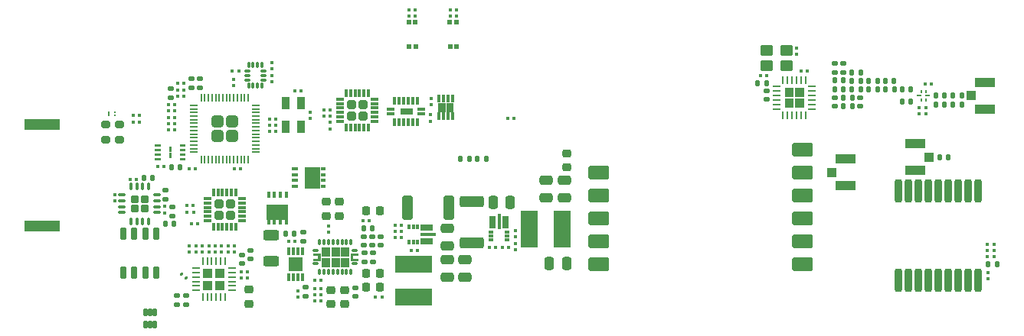
<source format=gtp>
G04 #@! TF.GenerationSoftware,KiCad,Pcbnew,7.0.2-0*
G04 #@! TF.CreationDate,2023-10-11T21:53:26-07:00*
G04 #@! TF.ProjectId,low-power,6c6f772d-706f-4776-9572-2e6b69636164,rev?*
G04 #@! TF.SameCoordinates,Original*
G04 #@! TF.FileFunction,Paste,Top*
G04 #@! TF.FilePolarity,Positive*
%FSLAX46Y46*%
G04 Gerber Fmt 4.6, Leading zero omitted, Abs format (unit mm)*
G04 Created by KiCad (PCBNEW 7.0.2-0) date 2023-10-11 21:53:26*
%MOMM*%
%LPD*%
G01*
G04 APERTURE LIST*
G04 Aperture macros list*
%AMRoundRect*
0 Rectangle with rounded corners*
0 $1 Rounding radius*
0 $2 $3 $4 $5 $6 $7 $8 $9 X,Y pos of 4 corners*
0 Add a 4 corners polygon primitive as box body*
4,1,4,$2,$3,$4,$5,$6,$7,$8,$9,$2,$3,0*
0 Add four circle primitives for the rounded corners*
1,1,$1+$1,$2,$3*
1,1,$1+$1,$4,$5*
1,1,$1+$1,$6,$7*
1,1,$1+$1,$8,$9*
0 Add four rect primitives between the rounded corners*
20,1,$1+$1,$2,$3,$4,$5,0*
20,1,$1+$1,$4,$5,$6,$7,0*
20,1,$1+$1,$6,$7,$8,$9,0*
20,1,$1+$1,$8,$9,$2,$3,0*%
G04 Aperture macros list end*
%ADD10C,0.010000*%
%ADD11R,1.050000X1.000000*%
%ADD12R,2.200000X1.050000*%
%ADD13RoundRect,0.140000X0.140000X0.170000X-0.140000X0.170000X-0.140000X-0.170000X0.140000X-0.170000X0*%
%ADD14RoundRect,0.079500X-0.079500X-0.100500X0.079500X-0.100500X0.079500X0.100500X-0.079500X0.100500X0*%
%ADD15RoundRect,0.079500X0.100500X-0.079500X0.100500X0.079500X-0.100500X0.079500X-0.100500X-0.079500X0*%
%ADD16R,0.150000X0.330000*%
%ADD17R,0.510000X0.200000*%
%ADD18RoundRect,0.140000X0.170000X-0.140000X0.170000X0.140000X-0.170000X0.140000X-0.170000X-0.140000X0*%
%ADD19RoundRect,0.147500X0.147500X0.172500X-0.147500X0.172500X-0.147500X-0.172500X0.147500X-0.172500X0*%
%ADD20RoundRect,0.140000X-0.140000X-0.170000X0.140000X-0.170000X0.140000X0.170000X-0.140000X0.170000X0*%
%ADD21RoundRect,0.250000X0.475000X-0.250000X0.475000X0.250000X-0.475000X0.250000X-0.475000X-0.250000X0*%
%ADD22RoundRect,0.120000X0.580000X0.480000X-0.580000X0.480000X-0.580000X-0.480000X0.580000X-0.480000X0*%
%ADD23RoundRect,0.003500X0.171500X-0.371500X0.171500X0.371500X-0.171500X0.371500X-0.171500X-0.371500X0*%
%ADD24RoundRect,0.079500X0.079500X0.100500X-0.079500X0.100500X-0.079500X-0.100500X0.079500X-0.100500X0*%
%ADD25R,1.850000X4.100000*%
%ADD26RoundRect,0.087500X0.087500X-0.225000X0.087500X0.225000X-0.087500X0.225000X-0.087500X-0.225000X0*%
%ADD27RoundRect,0.087500X0.225000X-0.087500X0.225000X0.087500X-0.225000X0.087500X-0.225000X-0.087500X0*%
%ADD28RoundRect,0.135000X-0.135000X-0.185000X0.135000X-0.185000X0.135000X0.185000X-0.135000X0.185000X0*%
%ADD29RoundRect,0.147500X-0.147500X-0.172500X0.147500X-0.172500X0.147500X0.172500X-0.147500X0.172500X0*%
%ADD30RoundRect,0.225000X0.250000X-0.225000X0.250000X0.225000X-0.250000X0.225000X-0.250000X-0.225000X0*%
%ADD31RoundRect,0.200000X0.275000X-0.200000X0.275000X0.200000X-0.275000X0.200000X-0.275000X-0.200000X0*%
%ADD32R,0.800000X1.450000*%
%ADD33R,0.600000X0.300000*%
%ADD34R,0.300000X1.725000*%
%ADD35RoundRect,0.212500X0.212500X-0.212500X0.212500X0.212500X-0.212500X0.212500X-0.212500X-0.212500X0*%
%ADD36RoundRect,0.075000X0.075000X-0.350000X0.075000X0.350000X-0.075000X0.350000X-0.075000X-0.350000X0*%
%ADD37RoundRect,0.075000X0.350000X-0.075000X0.350000X0.075000X-0.350000X0.075000X-0.350000X-0.075000X0*%
%ADD38RoundRect,0.250000X-0.625000X0.312500X-0.625000X-0.312500X0.625000X-0.312500X0.625000X0.312500X0*%
%ADD39RoundRect,0.225000X-0.225000X-0.250000X0.225000X-0.250000X0.225000X0.250000X-0.225000X0.250000X0*%
%ADD40RoundRect,0.135000X0.185000X-0.135000X0.185000X0.135000X-0.185000X0.135000X-0.185000X-0.135000X0*%
%ADD41RoundRect,0.060000X0.240000X0.590000X-0.240000X0.590000X-0.240000X-0.590000X0.240000X-0.590000X0*%
%ADD42RoundRect,0.247500X0.247500X-0.247500X0.247500X0.247500X-0.247500X0.247500X-0.247500X-0.247500X0*%
%ADD43RoundRect,0.075000X0.075000X-0.362500X0.075000X0.362500X-0.075000X0.362500X-0.075000X-0.362500X0*%
%ADD44RoundRect,0.075000X0.362500X-0.075000X0.362500X0.075000X-0.362500X0.075000X-0.362500X-0.075000X0*%
%ADD45RoundRect,0.140000X-0.170000X0.140000X-0.170000X-0.140000X0.170000X-0.140000X0.170000X0.140000X0*%
%ADD46R,1.450000X0.800000*%
%ADD47R,0.300000X0.600000*%
%ADD48R,1.725000X0.300000*%
%ADD49RoundRect,0.079500X-0.100500X0.079500X-0.100500X-0.079500X0.100500X-0.079500X0.100500X0.079500X0*%
%ADD50R,0.280000X0.170000*%
%ADD51R,0.280000X0.520000*%
%ADD52RoundRect,0.250000X-0.475000X0.250000X-0.475000X-0.250000X0.475000X-0.250000X0.475000X0.250000X0*%
%ADD53RoundRect,0.028600X-0.401400X0.101400X-0.401400X-0.101400X0.401400X-0.101400X0.401400X0.101400X0*%
%ADD54RoundRect,0.007800X-0.122200X0.422200X-0.122200X-0.422200X0.122200X-0.422200X0.122200X0.422200X0*%
%ADD55RoundRect,0.147500X-0.172500X0.147500X-0.172500X-0.147500X0.172500X-0.147500X0.172500X0.147500X0*%
%ADD56R,0.260000X0.840000*%
%ADD57R,0.840000X0.260000*%
%ADD58RoundRect,0.250000X0.362500X1.075000X-0.362500X1.075000X-0.362500X-1.075000X0.362500X-1.075000X0*%
%ADD59R,0.550000X0.550000*%
%ADD60R,0.420000X0.540000*%
%ADD61R,2.370000X1.710000*%
%ADD62R,0.420000X0.700000*%
%ADD63R,0.939800X1.397000*%
%ADD64RoundRect,0.200000X0.200000X-1.070000X0.200000X1.070000X-0.200000X1.070000X-0.200000X-1.070000X0*%
%ADD65RoundRect,0.011200X0.128800X-0.368800X0.128800X0.368800X-0.128800X0.368800X-0.128800X-0.368800X0*%
%ADD66RoundRect,0.250000X-0.250000X-0.475000X0.250000X-0.475000X0.250000X0.475000X-0.250000X0.475000X0*%
%ADD67RoundRect,0.225000X-0.250000X0.225000X-0.250000X-0.225000X0.250000X-0.225000X0.250000X0.225000X0*%
%ADD68RoundRect,0.135000X0.135000X0.185000X-0.135000X0.185000X-0.135000X-0.185000X0.135000X-0.185000X0*%
%ADD69R,0.540000X0.420000*%
%ADD70R,1.710000X2.370000*%
%ADD71R,0.700000X0.420000*%
%ADD72RoundRect,0.250000X0.250000X0.475000X-0.250000X0.475000X-0.250000X-0.475000X0.250000X-0.475000X0*%
%ADD73RoundRect,0.249999X0.395001X-0.395001X0.395001X0.395001X-0.395001X0.395001X-0.395001X-0.395001X0*%
%ADD74RoundRect,0.050000X0.050000X-0.387500X0.050000X0.387500X-0.050000X0.387500X-0.050000X-0.387500X0*%
%ADD75RoundRect,0.050000X0.387500X-0.050000X0.387500X0.050000X-0.387500X0.050000X-0.387500X-0.050000X0*%
%ADD76R,4.100000X1.850000*%
%ADD77RoundRect,0.031200X-0.268800X0.088800X-0.268800X-0.088800X0.268800X-0.088800X0.268800X0.088800X0*%
%ADD78RoundRect,0.012000X-0.108000X0.288000X-0.108000X-0.288000X0.108000X-0.288000X0.108000X0.288000X0*%
%ADD79RoundRect,0.079500X0.127279X0.014849X0.014849X0.127279X-0.127279X-0.014849X-0.014849X-0.127279X0*%
%ADD80RoundRect,0.250000X-0.295000X0.295000X-0.295000X-0.295000X0.295000X-0.295000X0.295000X0.295000X0*%
%ADD81RoundRect,0.062500X-0.062500X0.350000X-0.062500X-0.350000X0.062500X-0.350000X0.062500X0.350000X0*%
%ADD82RoundRect,0.062500X-0.350000X0.062500X-0.350000X-0.062500X0.350000X-0.062500X0.350000X0.062500X0*%
%ADD83RoundRect,0.135000X-0.185000X0.135000X-0.185000X-0.135000X0.185000X-0.135000X0.185000X0.135000X0*%
%ADD84R,4.000000X1.200000*%
%ADD85R,0.300000X0.850000*%
%ADD86R,1.600000X1.600000*%
%ADD87RoundRect,0.152400X-0.990600X-0.609600X0.990600X-0.609600X0.990600X0.609600X-0.990600X0.609600X0*%
%ADD88RoundRect,0.250000X-1.075000X0.362500X-1.075000X-0.362500X1.075000X-0.362500X1.075000X0.362500X0*%
%ADD89RoundRect,0.200000X-0.275000X0.200000X-0.275000X-0.200000X0.275000X-0.200000X0.275000X0.200000X0*%
G04 APERTURE END LIST*
D10*
X141080000Y-94290000D02*
X139820000Y-94290000D01*
X139820000Y-93660000D01*
X141080000Y-93660000D01*
X141080000Y-94290000D01*
G36*
X141080000Y-94290000D02*
G01*
X139820000Y-94290000D01*
X139820000Y-93660000D01*
X141080000Y-93660000D01*
X141080000Y-94290000D01*
G37*
X184396027Y-92347173D02*
X183476027Y-92347173D01*
X183476027Y-91427173D01*
X184396027Y-91427173D01*
X184396027Y-92347173D01*
G36*
X184396027Y-92347173D02*
G01*
X183476027Y-92347173D01*
X183476027Y-91427173D01*
X184396027Y-91427173D01*
X184396027Y-92347173D01*
G37*
X183226027Y-92347173D02*
X182306027Y-92347173D01*
X182306027Y-91427173D01*
X183226027Y-91427173D01*
X183226027Y-92347173D01*
G36*
X183226027Y-92347173D02*
G01*
X182306027Y-92347173D01*
X182306027Y-91427173D01*
X183226027Y-91427173D01*
X183226027Y-92347173D01*
G37*
X184396027Y-93517173D02*
X183476027Y-93517173D01*
X183476027Y-92597173D01*
X184396027Y-92597173D01*
X184396027Y-93517173D01*
G36*
X184396027Y-93517173D02*
G01*
X183476027Y-93517173D01*
X183476027Y-92597173D01*
X184396027Y-92597173D01*
X184396027Y-93517173D01*
G37*
X183226027Y-93517173D02*
X182306027Y-93517173D01*
X182306027Y-92597173D01*
X183226027Y-92597173D01*
X183226027Y-93517173D01*
G36*
X183226027Y-93517173D02*
G01*
X182306027Y-93517173D01*
X182306027Y-92597173D01*
X183226027Y-92597173D01*
X183226027Y-93517173D01*
G37*
X144705000Y-94005000D02*
X144005000Y-94005000D01*
X144005000Y-93105000D01*
X144705000Y-93105000D01*
X144705000Y-94005000D01*
G36*
X144705000Y-94005000D02*
G01*
X144005000Y-94005000D01*
X144005000Y-93105000D01*
X144705000Y-93105000D01*
X144705000Y-94005000D01*
G37*
X145605000Y-94005000D02*
X144905000Y-94005000D01*
X144905000Y-93105000D01*
X145605000Y-93105000D01*
X145605000Y-94005000D01*
G36*
X145605000Y-94005000D02*
G01*
X144905000Y-94005000D01*
X144905000Y-93105000D01*
X145605000Y-93105000D01*
X145605000Y-94005000D01*
G37*
X134090000Y-110040000D02*
X133240000Y-110040000D01*
X133240000Y-109120000D01*
X134090000Y-109120000D01*
X134090000Y-110040000D01*
G36*
X134090000Y-110040000D02*
G01*
X133240000Y-110040000D01*
X133240000Y-109120000D01*
X134090000Y-109120000D01*
X134090000Y-110040000D01*
G37*
X133040000Y-110040000D02*
X132190000Y-110040000D01*
X132190000Y-109120000D01*
X133040000Y-109120000D01*
X133040000Y-110040000D01*
G36*
X133040000Y-110040000D02*
G01*
X132190000Y-110040000D01*
X132190000Y-109120000D01*
X133040000Y-109120000D01*
X133040000Y-110040000D01*
G37*
X131990000Y-110040000D02*
X131140000Y-110040000D01*
X131140000Y-109120000D01*
X131990000Y-109120000D01*
X131990000Y-110040000D01*
G36*
X131990000Y-110040000D02*
G01*
X131140000Y-110040000D01*
X131140000Y-109120000D01*
X131990000Y-109120000D01*
X131990000Y-110040000D01*
G37*
X134090000Y-111160000D02*
X133240000Y-111160000D01*
X133240000Y-110240000D01*
X134090000Y-110240000D01*
X134090000Y-111160000D01*
G36*
X134090000Y-111160000D02*
G01*
X133240000Y-111160000D01*
X133240000Y-110240000D01*
X134090000Y-110240000D01*
X134090000Y-111160000D01*
G37*
X133040000Y-111160000D02*
X132190000Y-111160000D01*
X132190000Y-110240000D01*
X133040000Y-110240000D01*
X133040000Y-111160000D01*
G36*
X133040000Y-111160000D02*
G01*
X132190000Y-111160000D01*
X132190000Y-110240000D01*
X133040000Y-110240000D01*
X133040000Y-111160000D01*
G37*
X131990000Y-111160000D02*
X131140000Y-111160000D01*
X131140000Y-110240000D01*
X131990000Y-110240000D01*
X131990000Y-111160000D01*
G36*
X131990000Y-111160000D02*
G01*
X131140000Y-111160000D01*
X131140000Y-110240000D01*
X131990000Y-110240000D01*
X131990000Y-111160000D01*
G37*
X135023000Y-109766000D02*
X135025000Y-109766000D01*
X135028000Y-109767000D01*
X135030000Y-109767000D01*
X135033000Y-109768000D01*
X135035000Y-109769000D01*
X135038000Y-109770000D01*
X135040000Y-109772000D01*
X135042000Y-109773000D01*
X135044000Y-109775000D01*
X135046000Y-109776000D01*
X135048000Y-109778000D01*
X135050000Y-109780000D01*
X135052000Y-109782000D01*
X135054000Y-109784000D01*
X135055000Y-109786000D01*
X135057000Y-109788000D01*
X135058000Y-109790000D01*
X135060000Y-109792000D01*
X135061000Y-109795000D01*
X135062000Y-109797000D01*
X135063000Y-109800000D01*
X135063000Y-109802000D01*
X135064000Y-109805000D01*
X135064000Y-109807000D01*
X135065000Y-109810000D01*
X135065000Y-109812000D01*
X135065000Y-109815000D01*
X135065000Y-109915000D01*
X135065000Y-109918000D01*
X135065000Y-109920000D01*
X135064000Y-109923000D01*
X135064000Y-109925000D01*
X135063000Y-109928000D01*
X135063000Y-109930000D01*
X135062000Y-109933000D01*
X135061000Y-109935000D01*
X135060000Y-109938000D01*
X135058000Y-109940000D01*
X135057000Y-109942000D01*
X135055000Y-109944000D01*
X135054000Y-109946000D01*
X135052000Y-109948000D01*
X135050000Y-109950000D01*
X135048000Y-109952000D01*
X135046000Y-109954000D01*
X135044000Y-109955000D01*
X135042000Y-109957000D01*
X135040000Y-109958000D01*
X135038000Y-109960000D01*
X135035000Y-109961000D01*
X135033000Y-109962000D01*
X135030000Y-109963000D01*
X135028000Y-109963000D01*
X135025000Y-109964000D01*
X135023000Y-109964000D01*
X135020000Y-109965000D01*
X135018000Y-109965000D01*
X135015000Y-109965000D01*
X134540000Y-109965000D01*
X134540000Y-110315000D01*
X135015000Y-110315000D01*
X135018000Y-110315000D01*
X135020000Y-110315000D01*
X135023000Y-110316000D01*
X135025000Y-110316000D01*
X135028000Y-110317000D01*
X135030000Y-110317000D01*
X135033000Y-110318000D01*
X135035000Y-110319000D01*
X135038000Y-110320000D01*
X135040000Y-110322000D01*
X135042000Y-110323000D01*
X135044000Y-110325000D01*
X135046000Y-110326000D01*
X135048000Y-110328000D01*
X135050000Y-110330000D01*
X135052000Y-110332000D01*
X135054000Y-110334000D01*
X135055000Y-110336000D01*
X135057000Y-110338000D01*
X135058000Y-110340000D01*
X135060000Y-110342000D01*
X135061000Y-110345000D01*
X135062000Y-110347000D01*
X135063000Y-110350000D01*
X135063000Y-110352000D01*
X135064000Y-110355000D01*
X135064000Y-110357000D01*
X135065000Y-110360000D01*
X135065000Y-110362000D01*
X135065000Y-110365000D01*
X135065000Y-110465000D01*
X135065000Y-110468000D01*
X135065000Y-110470000D01*
X135064000Y-110473000D01*
X135064000Y-110475000D01*
X135063000Y-110478000D01*
X135063000Y-110480000D01*
X135062000Y-110483000D01*
X135061000Y-110485000D01*
X135060000Y-110488000D01*
X135058000Y-110490000D01*
X135057000Y-110492000D01*
X135055000Y-110494000D01*
X135054000Y-110496000D01*
X135052000Y-110498000D01*
X135050000Y-110500000D01*
X135048000Y-110502000D01*
X135046000Y-110504000D01*
X135044000Y-110505000D01*
X135042000Y-110507000D01*
X135040000Y-110508000D01*
X135038000Y-110510000D01*
X135035000Y-110511000D01*
X135033000Y-110512000D01*
X135030000Y-110513000D01*
X135028000Y-110513000D01*
X135025000Y-110514000D01*
X135023000Y-110514000D01*
X135020000Y-110515000D01*
X135018000Y-110515000D01*
X135015000Y-110515000D01*
X134290000Y-110515000D01*
X134290000Y-109765000D01*
X135015000Y-109765000D01*
X135018000Y-109765000D01*
X135020000Y-109765000D01*
X135023000Y-109766000D01*
G36*
X135023000Y-109766000D02*
G01*
X135025000Y-109766000D01*
X135028000Y-109767000D01*
X135030000Y-109767000D01*
X135033000Y-109768000D01*
X135035000Y-109769000D01*
X135038000Y-109770000D01*
X135040000Y-109772000D01*
X135042000Y-109773000D01*
X135044000Y-109775000D01*
X135046000Y-109776000D01*
X135048000Y-109778000D01*
X135050000Y-109780000D01*
X135052000Y-109782000D01*
X135054000Y-109784000D01*
X135055000Y-109786000D01*
X135057000Y-109788000D01*
X135058000Y-109790000D01*
X135060000Y-109792000D01*
X135061000Y-109795000D01*
X135062000Y-109797000D01*
X135063000Y-109800000D01*
X135063000Y-109802000D01*
X135064000Y-109805000D01*
X135064000Y-109807000D01*
X135065000Y-109810000D01*
X135065000Y-109812000D01*
X135065000Y-109815000D01*
X135065000Y-109915000D01*
X135065000Y-109918000D01*
X135065000Y-109920000D01*
X135064000Y-109923000D01*
X135064000Y-109925000D01*
X135063000Y-109928000D01*
X135063000Y-109930000D01*
X135062000Y-109933000D01*
X135061000Y-109935000D01*
X135060000Y-109938000D01*
X135058000Y-109940000D01*
X135057000Y-109942000D01*
X135055000Y-109944000D01*
X135054000Y-109946000D01*
X135052000Y-109948000D01*
X135050000Y-109950000D01*
X135048000Y-109952000D01*
X135046000Y-109954000D01*
X135044000Y-109955000D01*
X135042000Y-109957000D01*
X135040000Y-109958000D01*
X135038000Y-109960000D01*
X135035000Y-109961000D01*
X135033000Y-109962000D01*
X135030000Y-109963000D01*
X135028000Y-109963000D01*
X135025000Y-109964000D01*
X135023000Y-109964000D01*
X135020000Y-109965000D01*
X135018000Y-109965000D01*
X135015000Y-109965000D01*
X134540000Y-109965000D01*
X134540000Y-110315000D01*
X135015000Y-110315000D01*
X135018000Y-110315000D01*
X135020000Y-110315000D01*
X135023000Y-110316000D01*
X135025000Y-110316000D01*
X135028000Y-110317000D01*
X135030000Y-110317000D01*
X135033000Y-110318000D01*
X135035000Y-110319000D01*
X135038000Y-110320000D01*
X135040000Y-110322000D01*
X135042000Y-110323000D01*
X135044000Y-110325000D01*
X135046000Y-110326000D01*
X135048000Y-110328000D01*
X135050000Y-110330000D01*
X135052000Y-110332000D01*
X135054000Y-110334000D01*
X135055000Y-110336000D01*
X135057000Y-110338000D01*
X135058000Y-110340000D01*
X135060000Y-110342000D01*
X135061000Y-110345000D01*
X135062000Y-110347000D01*
X135063000Y-110350000D01*
X135063000Y-110352000D01*
X135064000Y-110355000D01*
X135064000Y-110357000D01*
X135065000Y-110360000D01*
X135065000Y-110362000D01*
X135065000Y-110365000D01*
X135065000Y-110465000D01*
X135065000Y-110468000D01*
X135065000Y-110470000D01*
X135064000Y-110473000D01*
X135064000Y-110475000D01*
X135063000Y-110478000D01*
X135063000Y-110480000D01*
X135062000Y-110483000D01*
X135061000Y-110485000D01*
X135060000Y-110488000D01*
X135058000Y-110490000D01*
X135057000Y-110492000D01*
X135055000Y-110494000D01*
X135054000Y-110496000D01*
X135052000Y-110498000D01*
X135050000Y-110500000D01*
X135048000Y-110502000D01*
X135046000Y-110504000D01*
X135044000Y-110505000D01*
X135042000Y-110507000D01*
X135040000Y-110508000D01*
X135038000Y-110510000D01*
X135035000Y-110511000D01*
X135033000Y-110512000D01*
X135030000Y-110513000D01*
X135028000Y-110513000D01*
X135025000Y-110514000D01*
X135023000Y-110514000D01*
X135020000Y-110515000D01*
X135018000Y-110515000D01*
X135015000Y-110515000D01*
X134290000Y-110515000D01*
X134290000Y-109765000D01*
X135015000Y-109765000D01*
X135018000Y-109765000D01*
X135020000Y-109765000D01*
X135023000Y-109766000D01*
G37*
X130940000Y-110515000D02*
X130215000Y-110515000D01*
X130212000Y-110515000D01*
X130210000Y-110515000D01*
X130207000Y-110514000D01*
X130205000Y-110514000D01*
X130202000Y-110513000D01*
X130200000Y-110513000D01*
X130197000Y-110512000D01*
X130195000Y-110511000D01*
X130192000Y-110510000D01*
X130190000Y-110508000D01*
X130188000Y-110507000D01*
X130186000Y-110505000D01*
X130184000Y-110504000D01*
X130182000Y-110502000D01*
X130180000Y-110500000D01*
X130178000Y-110498000D01*
X130176000Y-110496000D01*
X130175000Y-110494000D01*
X130173000Y-110492000D01*
X130172000Y-110490000D01*
X130170000Y-110488000D01*
X130169000Y-110485000D01*
X130168000Y-110483000D01*
X130167000Y-110480000D01*
X130167000Y-110478000D01*
X130166000Y-110475000D01*
X130166000Y-110473000D01*
X130165000Y-110470000D01*
X130165000Y-110468000D01*
X130165000Y-110465000D01*
X130165000Y-110365000D01*
X130165000Y-110362000D01*
X130165000Y-110360000D01*
X130166000Y-110357000D01*
X130166000Y-110355000D01*
X130167000Y-110352000D01*
X130167000Y-110350000D01*
X130168000Y-110347000D01*
X130169000Y-110345000D01*
X130170000Y-110342000D01*
X130172000Y-110340000D01*
X130173000Y-110338000D01*
X130175000Y-110336000D01*
X130176000Y-110334000D01*
X130178000Y-110332000D01*
X130180000Y-110330000D01*
X130182000Y-110328000D01*
X130184000Y-110326000D01*
X130186000Y-110325000D01*
X130188000Y-110323000D01*
X130190000Y-110322000D01*
X130192000Y-110320000D01*
X130195000Y-110319000D01*
X130197000Y-110318000D01*
X130200000Y-110317000D01*
X130202000Y-110317000D01*
X130205000Y-110316000D01*
X130207000Y-110316000D01*
X130210000Y-110315000D01*
X130212000Y-110315000D01*
X130215000Y-110315000D01*
X130690000Y-110315000D01*
X130690000Y-109965000D01*
X130215000Y-109965000D01*
X130212000Y-109965000D01*
X130210000Y-109965000D01*
X130207000Y-109964000D01*
X130205000Y-109964000D01*
X130202000Y-109963000D01*
X130200000Y-109963000D01*
X130197000Y-109962000D01*
X130195000Y-109961000D01*
X130192000Y-109960000D01*
X130190000Y-109958000D01*
X130188000Y-109957000D01*
X130186000Y-109955000D01*
X130184000Y-109954000D01*
X130182000Y-109952000D01*
X130180000Y-109950000D01*
X130178000Y-109948000D01*
X130176000Y-109946000D01*
X130175000Y-109944000D01*
X130173000Y-109942000D01*
X130172000Y-109940000D01*
X130170000Y-109938000D01*
X130169000Y-109935000D01*
X130168000Y-109933000D01*
X130167000Y-109930000D01*
X130167000Y-109928000D01*
X130166000Y-109925000D01*
X130166000Y-109923000D01*
X130165000Y-109920000D01*
X130165000Y-109918000D01*
X130165000Y-109915000D01*
X130165000Y-109815000D01*
X130165000Y-109812000D01*
X130165000Y-109810000D01*
X130166000Y-109807000D01*
X130166000Y-109805000D01*
X130167000Y-109802000D01*
X130167000Y-109800000D01*
X130168000Y-109797000D01*
X130169000Y-109795000D01*
X130170000Y-109792000D01*
X130172000Y-109790000D01*
X130173000Y-109788000D01*
X130175000Y-109786000D01*
X130176000Y-109784000D01*
X130178000Y-109782000D01*
X130180000Y-109780000D01*
X130182000Y-109778000D01*
X130184000Y-109776000D01*
X130186000Y-109775000D01*
X130188000Y-109773000D01*
X130190000Y-109772000D01*
X130192000Y-109770000D01*
X130195000Y-109769000D01*
X130197000Y-109768000D01*
X130200000Y-109767000D01*
X130202000Y-109767000D01*
X130205000Y-109766000D01*
X130207000Y-109766000D01*
X130210000Y-109765000D01*
X130212000Y-109765000D01*
X130215000Y-109765000D01*
X130940000Y-109765000D01*
X130940000Y-110515000D01*
G36*
X130940000Y-110515000D02*
G01*
X130215000Y-110515000D01*
X130212000Y-110515000D01*
X130210000Y-110515000D01*
X130207000Y-110514000D01*
X130205000Y-110514000D01*
X130202000Y-110513000D01*
X130200000Y-110513000D01*
X130197000Y-110512000D01*
X130195000Y-110511000D01*
X130192000Y-110510000D01*
X130190000Y-110508000D01*
X130188000Y-110507000D01*
X130186000Y-110505000D01*
X130184000Y-110504000D01*
X130182000Y-110502000D01*
X130180000Y-110500000D01*
X130178000Y-110498000D01*
X130176000Y-110496000D01*
X130175000Y-110494000D01*
X130173000Y-110492000D01*
X130172000Y-110490000D01*
X130170000Y-110488000D01*
X130169000Y-110485000D01*
X130168000Y-110483000D01*
X130167000Y-110480000D01*
X130167000Y-110478000D01*
X130166000Y-110475000D01*
X130166000Y-110473000D01*
X130165000Y-110470000D01*
X130165000Y-110468000D01*
X130165000Y-110465000D01*
X130165000Y-110365000D01*
X130165000Y-110362000D01*
X130165000Y-110360000D01*
X130166000Y-110357000D01*
X130166000Y-110355000D01*
X130167000Y-110352000D01*
X130167000Y-110350000D01*
X130168000Y-110347000D01*
X130169000Y-110345000D01*
X130170000Y-110342000D01*
X130172000Y-110340000D01*
X130173000Y-110338000D01*
X130175000Y-110336000D01*
X130176000Y-110334000D01*
X130178000Y-110332000D01*
X130180000Y-110330000D01*
X130182000Y-110328000D01*
X130184000Y-110326000D01*
X130186000Y-110325000D01*
X130188000Y-110323000D01*
X130190000Y-110322000D01*
X130192000Y-110320000D01*
X130195000Y-110319000D01*
X130197000Y-110318000D01*
X130200000Y-110317000D01*
X130202000Y-110317000D01*
X130205000Y-110316000D01*
X130207000Y-110316000D01*
X130210000Y-110315000D01*
X130212000Y-110315000D01*
X130215000Y-110315000D01*
X130690000Y-110315000D01*
X130690000Y-109965000D01*
X130215000Y-109965000D01*
X130212000Y-109965000D01*
X130210000Y-109965000D01*
X130207000Y-109964000D01*
X130205000Y-109964000D01*
X130202000Y-109963000D01*
X130200000Y-109963000D01*
X130197000Y-109962000D01*
X130195000Y-109961000D01*
X130192000Y-109960000D01*
X130190000Y-109958000D01*
X130188000Y-109957000D01*
X130186000Y-109955000D01*
X130184000Y-109954000D01*
X130182000Y-109952000D01*
X130180000Y-109950000D01*
X130178000Y-109948000D01*
X130176000Y-109946000D01*
X130175000Y-109944000D01*
X130173000Y-109942000D01*
X130172000Y-109940000D01*
X130170000Y-109938000D01*
X130169000Y-109935000D01*
X130168000Y-109933000D01*
X130167000Y-109930000D01*
X130167000Y-109928000D01*
X130166000Y-109925000D01*
X130166000Y-109923000D01*
X130165000Y-109920000D01*
X130165000Y-109918000D01*
X130165000Y-109915000D01*
X130165000Y-109815000D01*
X130165000Y-109812000D01*
X130165000Y-109810000D01*
X130166000Y-109807000D01*
X130166000Y-109805000D01*
X130167000Y-109802000D01*
X130167000Y-109800000D01*
X130168000Y-109797000D01*
X130169000Y-109795000D01*
X130170000Y-109792000D01*
X130172000Y-109790000D01*
X130173000Y-109788000D01*
X130175000Y-109786000D01*
X130176000Y-109784000D01*
X130178000Y-109782000D01*
X130180000Y-109780000D01*
X130182000Y-109778000D01*
X130184000Y-109776000D01*
X130186000Y-109775000D01*
X130188000Y-109773000D01*
X130190000Y-109772000D01*
X130192000Y-109770000D01*
X130195000Y-109769000D01*
X130197000Y-109768000D01*
X130200000Y-109767000D01*
X130202000Y-109767000D01*
X130205000Y-109766000D01*
X130207000Y-109766000D01*
X130210000Y-109765000D01*
X130212000Y-109765000D01*
X130215000Y-109765000D01*
X130940000Y-109765000D01*
X130940000Y-110515000D01*
G37*
X115995000Y-99345000D02*
X115445000Y-99345000D01*
X115445000Y-99145000D01*
X115995000Y-99145000D01*
X115995000Y-99345000D01*
G36*
X115995000Y-99345000D02*
G01*
X115445000Y-99345000D01*
X115445000Y-99145000D01*
X115995000Y-99145000D01*
X115995000Y-99345000D01*
G37*
X115995000Y-98845000D02*
X115445000Y-98845000D01*
X115445000Y-98645000D01*
X115995000Y-98645000D01*
X115995000Y-98845000D01*
G36*
X115995000Y-98845000D02*
G01*
X115445000Y-98845000D01*
X115445000Y-98645000D01*
X115995000Y-98645000D01*
X115995000Y-98845000D01*
G37*
X115995000Y-98345000D02*
X115445000Y-98345000D01*
X115445000Y-98145000D01*
X115995000Y-98145000D01*
X115995000Y-98345000D01*
G36*
X115995000Y-98345000D02*
G01*
X115445000Y-98345000D01*
X115445000Y-98145000D01*
X115995000Y-98145000D01*
X115995000Y-98345000D01*
G37*
X115995000Y-97845000D02*
X115445000Y-97845000D01*
X115445000Y-97645000D01*
X115995000Y-97645000D01*
X115995000Y-97845000D01*
G36*
X115995000Y-97845000D02*
G01*
X115445000Y-97845000D01*
X115445000Y-97645000D01*
X115995000Y-97645000D01*
X115995000Y-97845000D01*
G37*
X114445000Y-99095000D02*
X114245000Y-99095000D01*
X114245000Y-98595000D01*
X114445000Y-98595000D01*
X114445000Y-99095000D01*
G36*
X114445000Y-99095000D02*
G01*
X114245000Y-99095000D01*
X114245000Y-98595000D01*
X114445000Y-98595000D01*
X114445000Y-99095000D01*
G37*
X114445000Y-98395000D02*
X114245000Y-98395000D01*
X114245000Y-97895000D01*
X114445000Y-97895000D01*
X114445000Y-98395000D01*
G36*
X114445000Y-98395000D02*
G01*
X114245000Y-98395000D01*
X114245000Y-97895000D01*
X114445000Y-97895000D01*
X114445000Y-98395000D01*
G37*
X113245000Y-99345000D02*
X112695000Y-99345000D01*
X112695000Y-99145000D01*
X113245000Y-99145000D01*
X113245000Y-99345000D01*
G36*
X113245000Y-99345000D02*
G01*
X112695000Y-99345000D01*
X112695000Y-99145000D01*
X113245000Y-99145000D01*
X113245000Y-99345000D01*
G37*
X113245000Y-98845000D02*
X112695000Y-98845000D01*
X112695000Y-98645000D01*
X113245000Y-98645000D01*
X113245000Y-98845000D01*
G36*
X113245000Y-98845000D02*
G01*
X112695000Y-98845000D01*
X112695000Y-98645000D01*
X113245000Y-98645000D01*
X113245000Y-98845000D01*
G37*
X113245000Y-98345000D02*
X112695000Y-98345000D01*
X112695000Y-98145000D01*
X113245000Y-98145000D01*
X113245000Y-98345000D01*
G36*
X113245000Y-98345000D02*
G01*
X112695000Y-98345000D01*
X112695000Y-98145000D01*
X113245000Y-98145000D01*
X113245000Y-98345000D01*
G37*
X113245000Y-97845000D02*
X112695000Y-97845000D01*
X112695000Y-97645000D01*
X113245000Y-97645000D01*
X113245000Y-97845000D01*
G36*
X113245000Y-97845000D02*
G01*
X112695000Y-97845000D01*
X112695000Y-97645000D01*
X113245000Y-97645000D01*
X113245000Y-97845000D01*
G37*
D11*
X187476027Y-100772173D03*
D12*
X189001027Y-99297173D03*
X189001027Y-102247173D03*
D11*
X198226027Y-99072173D03*
D12*
X196701027Y-100547173D03*
X196701027Y-97597173D03*
D13*
X199976027Y-92272173D03*
X199016027Y-92272173D03*
X189756027Y-92492173D03*
X188796027Y-92492173D03*
D14*
X116230000Y-104400000D03*
X116920000Y-104400000D03*
D15*
X121394416Y-91124833D03*
X121394416Y-90434833D03*
D16*
X197876027Y-91774673D03*
X197376027Y-91774673D03*
D17*
X197196027Y-92259673D03*
D16*
X197376027Y-92744673D03*
X197876027Y-92744673D03*
D17*
X198056027Y-92259673D03*
D18*
X134850000Y-114515000D03*
X134850000Y-113555000D03*
D19*
X188811027Y-91547173D03*
X187841027Y-91547173D03*
D15*
X120775000Y-109605000D03*
X120775000Y-108915000D03*
D20*
X189746027Y-90597173D03*
X190706027Y-90597173D03*
D14*
X131380000Y-93800000D03*
X132070000Y-93800000D03*
X109940000Y-101505000D03*
X110630000Y-101505000D03*
D20*
X200896027Y-93222173D03*
X201856027Y-93222173D03*
D14*
X140770000Y-83423600D03*
X141460000Y-83423600D03*
D21*
X145005000Y-112350000D03*
X145005000Y-110450000D03*
D15*
X197176027Y-94267173D03*
X197176027Y-93577173D03*
D22*
X182496027Y-87247173D03*
X180296027Y-87247173D03*
X180296027Y-88947173D03*
X182496027Y-88947173D03*
D23*
X111625000Y-117640000D03*
X112125000Y-117640000D03*
X112625000Y-117640000D03*
X112625000Y-116260000D03*
X112125000Y-116260000D03*
X111625000Y-116260000D03*
D14*
X141035000Y-109425000D03*
X141725000Y-109425000D03*
D24*
X115914300Y-92315000D03*
X115224300Y-92315000D03*
D25*
X154055000Y-107085000D03*
X157705000Y-107085000D03*
D26*
X123035000Y-91167500D03*
X123535000Y-91167500D03*
X124035000Y-91167500D03*
X124535000Y-91167500D03*
D27*
X124697500Y-90505000D03*
X124697500Y-90005000D03*
X124697500Y-89505000D03*
D26*
X124535000Y-88842500D03*
X124035000Y-88842500D03*
X123535000Y-88842500D03*
X123035000Y-88842500D03*
D27*
X122872500Y-89505000D03*
X122872500Y-90005000D03*
X122872500Y-90505000D03*
D18*
X187876027Y-89652173D03*
X187876027Y-88692173D03*
D14*
X130345000Y-113635000D03*
X131035000Y-113635000D03*
D28*
X148315000Y-99300000D03*
X149335000Y-99300000D03*
D29*
X189741027Y-91547173D03*
X190711027Y-91547173D03*
D30*
X158175000Y-100180000D03*
X158175000Y-98630000D03*
D15*
X125635000Y-90715000D03*
X125635000Y-90025000D03*
D19*
X188811027Y-90572173D03*
X187841027Y-90572173D03*
D13*
X136740000Y-106955000D03*
X135780000Y-106955000D03*
D20*
X188796027Y-93442173D03*
X189756027Y-93442173D03*
D30*
X133630000Y-115380000D03*
X133630000Y-113830000D03*
D31*
X107275000Y-97135000D03*
X107275000Y-95485000D03*
D32*
X149965000Y-106310000D03*
D33*
X149865000Y-107360000D03*
X149865000Y-107810000D03*
X149865000Y-108260000D03*
X151565000Y-108260000D03*
X151565000Y-107810000D03*
X151565000Y-107360000D03*
D32*
X151465000Y-106310000D03*
D34*
X150715000Y-106172500D03*
D35*
X110470000Y-104770000D03*
X111520000Y-104770000D03*
X110470000Y-103720000D03*
X111520000Y-103720000D03*
D36*
X110020000Y-106195000D03*
X110670000Y-106195000D03*
X111320000Y-106195000D03*
X111970000Y-106195000D03*
D37*
X112945000Y-105220000D03*
X112945000Y-104570000D03*
X112945000Y-103920000D03*
X112945000Y-103270000D03*
D36*
X111970000Y-102295000D03*
X111320000Y-102295000D03*
X110670000Y-102295000D03*
X110020000Y-102295000D03*
D37*
X109045000Y-103270000D03*
X109045000Y-103920000D03*
X109045000Y-104570000D03*
X109045000Y-105220000D03*
D14*
X204731027Y-109422173D03*
X205421027Y-109422173D03*
D38*
X125505000Y-107692500D03*
X125505000Y-110617500D03*
D39*
X136020000Y-113470000D03*
X137570000Y-113470000D03*
D40*
X115150000Y-115410000D03*
X115150000Y-114390000D03*
D24*
X180341027Y-89997173D03*
X179651027Y-89997173D03*
D41*
X109205000Y-111875000D03*
X110405000Y-111875000D03*
X111605000Y-111875000D03*
X112805000Y-111875000D03*
X112805000Y-107575000D03*
X111605000Y-107575000D03*
X110405000Y-107575000D03*
X109205000Y-107575000D03*
D42*
X134440000Y-94485000D03*
X135660000Y-94485000D03*
X134440000Y-93265000D03*
X135660000Y-93265000D03*
D43*
X133800000Y-95812500D03*
X134300000Y-95812500D03*
X134800000Y-95812500D03*
X135300000Y-95812500D03*
X135800000Y-95812500D03*
X136300000Y-95812500D03*
D44*
X136987500Y-95125000D03*
X136987500Y-94625000D03*
X136987500Y-94125000D03*
X136987500Y-93625000D03*
X136987500Y-93125000D03*
X136987500Y-92625000D03*
D43*
X136300000Y-91937500D03*
X135800000Y-91937500D03*
X135300000Y-91937500D03*
X134800000Y-91937500D03*
X134300000Y-91937500D03*
X133800000Y-91937500D03*
D44*
X133112500Y-92625000D03*
X133112500Y-93125000D03*
X133112500Y-93625000D03*
X133112500Y-94125000D03*
X133112500Y-94625000D03*
X133112500Y-95125000D03*
D45*
X114565000Y-104620000D03*
X114565000Y-105580000D03*
D21*
X146980000Y-112350000D03*
X146980000Y-110450000D03*
D46*
X142755000Y-106900000D03*
D47*
X141705000Y-106800000D03*
X141255000Y-106800000D03*
X140805000Y-106800000D03*
X140805000Y-108500000D03*
X141255000Y-108500000D03*
X141705000Y-108500000D03*
D46*
X142755000Y-108400000D03*
D48*
X142892500Y-107650000D03*
D20*
X189746027Y-89672173D03*
X190706027Y-89672173D03*
D14*
X135690000Y-106125000D03*
X136380000Y-106125000D03*
D49*
X122207500Y-111772500D03*
X122207500Y-112462500D03*
D50*
X108250000Y-94420000D03*
X108250000Y-94070000D03*
D51*
X107600000Y-94245000D03*
D13*
X192556027Y-90597173D03*
X191596027Y-90597173D03*
D52*
X145005000Y-107000000D03*
X145005000Y-108900000D03*
D53*
X142135000Y-93725000D03*
D54*
X141700000Y-92790000D03*
X141200000Y-92790000D03*
X140700000Y-92790000D03*
X140200000Y-92790000D03*
X139700000Y-92790000D03*
X139200000Y-92790000D03*
D53*
X138765000Y-93725000D03*
X138765000Y-94225000D03*
D54*
X139200000Y-95160000D03*
X139700000Y-95160000D03*
X140200000Y-95160000D03*
X140700000Y-95160000D03*
X141200000Y-95160000D03*
X141700000Y-95160000D03*
D53*
X142135000Y-94225000D03*
D49*
X116502500Y-108900000D03*
X116502500Y-109590000D03*
D40*
X129335000Y-114535000D03*
X129335000Y-113515000D03*
D55*
X187876027Y-92482173D03*
X187876027Y-93452173D03*
D49*
X119345000Y-108910000D03*
X119345000Y-109600000D03*
D24*
X146040000Y-83436400D03*
X145350000Y-83436400D03*
D18*
X113845000Y-103725000D03*
X113845000Y-102765000D03*
D24*
X117425000Y-106425000D03*
X116735000Y-106425000D03*
D56*
X184601027Y-90527173D03*
X184101027Y-90527173D03*
X183601027Y-90527173D03*
X183101027Y-90527173D03*
X182601027Y-90527173D03*
X182101027Y-90527173D03*
D57*
X181406027Y-91222173D03*
X181406027Y-91722173D03*
X181406027Y-92222173D03*
X181406027Y-92722173D03*
X181406027Y-93222173D03*
X181406027Y-93722173D03*
D56*
X182101027Y-94417173D03*
X182601027Y-94417173D03*
X183101027Y-94417173D03*
X183601027Y-94417173D03*
X184101027Y-94417173D03*
X184601027Y-94417173D03*
D57*
X185296027Y-93722173D03*
X185296027Y-93222173D03*
X185296027Y-92722173D03*
X185296027Y-92222173D03*
X185296027Y-91722173D03*
X185296027Y-91222173D03*
D24*
X184771027Y-89497173D03*
X184081027Y-89497173D03*
D58*
X145187500Y-104665000D03*
X140562500Y-104665000D03*
D59*
X145305000Y-86806400D03*
X146055000Y-86802800D03*
X145295000Y-84146400D03*
X146045000Y-84142800D03*
D45*
X136735000Y-107865000D03*
X136735000Y-108825000D03*
D14*
X139265000Y-108000000D03*
X139955000Y-108000000D03*
X125330000Y-96250000D03*
X126020000Y-96250000D03*
D15*
X132075000Y-95920000D03*
X132075000Y-95230000D03*
D49*
X143200000Y-92555000D03*
X143200000Y-93245000D03*
D21*
X155935000Y-103555000D03*
X155935000Y-101655000D03*
D14*
X137075000Y-114595000D03*
X137765000Y-114595000D03*
D60*
X127195000Y-106325000D03*
X126545000Y-106325000D03*
D61*
X126220000Y-105200000D03*
D60*
X125895000Y-106325000D03*
X125245000Y-106325000D03*
D62*
X125245000Y-103245000D03*
X127195000Y-103245000D03*
X126545000Y-103245000D03*
X125895000Y-103245000D03*
D15*
X129875000Y-94770000D03*
X129875000Y-94080000D03*
D45*
X136745000Y-109695000D03*
X136745000Y-110655000D03*
D63*
X128800000Y-95683100D03*
X128800000Y-93066900D03*
X127150000Y-93066900D03*
X127150000Y-95683100D03*
D45*
X137655000Y-107865000D03*
X137655000Y-108825000D03*
D18*
X122307500Y-110897500D03*
X122307500Y-109937500D03*
D20*
X127145000Y-107585000D03*
X128105000Y-107585000D03*
D24*
X110990000Y-94445000D03*
X110300000Y-94445000D03*
D39*
X136025000Y-111995000D03*
X137575000Y-111995000D03*
D15*
X204751027Y-112542173D03*
X204751027Y-111852173D03*
X197876027Y-94267173D03*
X197876027Y-93577173D03*
D49*
X143175000Y-94380000D03*
X143175000Y-95070000D03*
D24*
X114834184Y-95365000D03*
X114144184Y-95365000D03*
D14*
X204731027Y-108722173D03*
X205421027Y-108722173D03*
D24*
X110990000Y-95175000D03*
X110300000Y-95175000D03*
D14*
X130345000Y-114350000D03*
X131035000Y-114350000D03*
D64*
X194851027Y-112722173D03*
X195951027Y-112722173D03*
X197051027Y-112722173D03*
X198151027Y-112722173D03*
X199251027Y-112722173D03*
X200351027Y-112722173D03*
X201451027Y-112722173D03*
X202551027Y-112722173D03*
X203651027Y-112722173D03*
X203651027Y-102822173D03*
X202551027Y-102822173D03*
X201451027Y-102822173D03*
X200351027Y-102822173D03*
X199251027Y-102822173D03*
X198151027Y-102822173D03*
X197051027Y-102822173D03*
X195951027Y-102822173D03*
X194851027Y-102822173D03*
D24*
X151765000Y-109115000D03*
X151075000Y-109115000D03*
D14*
X130355000Y-115050000D03*
X131045000Y-115050000D03*
D65*
X144055000Y-94540000D03*
X144555000Y-94540000D03*
X145055000Y-94540000D03*
X145555000Y-94540000D03*
X145555000Y-92570000D03*
X145055000Y-92570000D03*
X144555000Y-92570000D03*
X144055000Y-92570000D03*
D66*
X150065000Y-104065000D03*
X151965000Y-104065000D03*
D20*
X111430000Y-101395000D03*
X112390000Y-101395000D03*
D14*
X127480000Y-108440000D03*
X128170000Y-108440000D03*
D67*
X123100000Y-113775000D03*
X123100000Y-115325000D03*
D24*
X114834184Y-96065000D03*
X114144184Y-96065000D03*
D68*
X147460000Y-99300000D03*
X146440000Y-99300000D03*
D24*
X115914300Y-90915000D03*
X115224300Y-90915000D03*
D13*
X196256027Y-91547173D03*
X195296027Y-91547173D03*
D69*
X131245000Y-100360000D03*
X131245000Y-101010000D03*
D70*
X130120000Y-101335000D03*
D69*
X131245000Y-101660000D03*
X131245000Y-102310000D03*
D71*
X128165000Y-102310000D03*
X128165000Y-100360000D03*
X128165000Y-101010000D03*
X128165000Y-101660000D03*
D72*
X158175000Y-110825000D03*
X156275000Y-110825000D03*
D14*
X145350000Y-82726400D03*
X146040000Y-82726400D03*
D20*
X204801027Y-110947173D03*
X205761027Y-110947173D03*
D29*
X200891027Y-92272173D03*
X201861027Y-92272173D03*
D18*
X123232500Y-110355000D03*
X123232500Y-109395000D03*
D49*
X118627500Y-108900000D03*
X118627500Y-109590000D03*
D20*
X193426027Y-90597173D03*
X194386027Y-90597173D03*
D14*
X128130000Y-91750000D03*
X128820000Y-91750000D03*
D20*
X113825000Y-106495000D03*
X114785000Y-106495000D03*
D73*
X119594416Y-96717333D03*
X121194416Y-96717333D03*
X119594416Y-95117333D03*
X121194416Y-95117333D03*
D74*
X117794416Y-99354833D03*
X118194416Y-99354833D03*
X118594416Y-99354833D03*
X118994416Y-99354833D03*
X119394416Y-99354833D03*
X119794416Y-99354833D03*
X120194416Y-99354833D03*
X120594416Y-99354833D03*
X120994416Y-99354833D03*
X121394416Y-99354833D03*
X121794416Y-99354833D03*
X122194416Y-99354833D03*
X122594416Y-99354833D03*
X122994416Y-99354833D03*
D75*
X123831916Y-98517333D03*
X123831916Y-98117333D03*
X123831916Y-97717333D03*
X123831916Y-97317333D03*
X123831916Y-96917333D03*
X123831916Y-96517333D03*
X123831916Y-96117333D03*
X123831916Y-95717333D03*
X123831916Y-95317333D03*
X123831916Y-94917333D03*
X123831916Y-94517333D03*
X123831916Y-94117333D03*
X123831916Y-93717333D03*
X123831916Y-93317333D03*
D74*
X122994416Y-92479833D03*
X122594416Y-92479833D03*
X122194416Y-92479833D03*
X121794416Y-92479833D03*
X121394416Y-92479833D03*
X120994416Y-92479833D03*
X120594416Y-92479833D03*
X120194416Y-92479833D03*
X119794416Y-92479833D03*
X119394416Y-92479833D03*
X118994416Y-92479833D03*
X118594416Y-92479833D03*
X118194416Y-92479833D03*
X117794416Y-92479833D03*
D75*
X116956916Y-93317333D03*
X116956916Y-93717333D03*
X116956916Y-94117333D03*
X116956916Y-94517333D03*
X116956916Y-94917333D03*
X116956916Y-95317333D03*
X116956916Y-95717333D03*
X116956916Y-96117333D03*
X116956916Y-96517333D03*
X116956916Y-96917333D03*
X116956916Y-97317333D03*
X116956916Y-97717333D03*
X116956916Y-98117333D03*
X116956916Y-98517333D03*
D14*
X149670000Y-109115000D03*
X150360000Y-109115000D03*
D76*
X141255000Y-110950000D03*
X141255000Y-114600000D03*
D24*
X139955000Y-106600000D03*
X139265000Y-106600000D03*
D42*
X119790000Y-105497500D03*
X121010000Y-105497500D03*
X119790000Y-104277500D03*
X121010000Y-104277500D03*
D43*
X119150000Y-106825000D03*
X119650000Y-106825000D03*
X120150000Y-106825000D03*
X120650000Y-106825000D03*
X121150000Y-106825000D03*
X121650000Y-106825000D03*
D44*
X122337500Y-106137500D03*
X122337500Y-105637500D03*
X122337500Y-105137500D03*
X122337500Y-104637500D03*
X122337500Y-104137500D03*
X122337500Y-103637500D03*
D43*
X121650000Y-102950000D03*
X121150000Y-102950000D03*
X120650000Y-102950000D03*
X120150000Y-102950000D03*
X119650000Y-102950000D03*
X119150000Y-102950000D03*
D44*
X118462500Y-103637500D03*
X118462500Y-104137500D03*
X118462500Y-104637500D03*
X118462500Y-105137500D03*
X118462500Y-105637500D03*
X118462500Y-106137500D03*
D14*
X121480000Y-100400000D03*
X122170000Y-100400000D03*
D77*
X134765000Y-109390000D03*
D78*
X134365000Y-108490000D03*
X133865000Y-108490000D03*
X133365000Y-108490000D03*
X132865000Y-108490000D03*
X132365000Y-108490000D03*
X131865000Y-108490000D03*
X131365000Y-108490000D03*
X130865000Y-108490000D03*
D77*
X130465000Y-109390000D03*
X130465000Y-110890000D03*
D78*
X130865000Y-111790000D03*
X131365000Y-111790000D03*
X131865000Y-111790000D03*
X132365000Y-111790000D03*
X132865000Y-111790000D03*
X133365000Y-111790000D03*
X133865000Y-111790000D03*
X134365000Y-111790000D03*
D77*
X134765000Y-110890000D03*
D24*
X115914300Y-91615000D03*
X115224300Y-91615000D03*
D49*
X152495000Y-108640000D03*
X152495000Y-109330000D03*
D13*
X196231027Y-92922173D03*
X195271027Y-92922173D03*
D49*
X131865000Y-106680000D03*
X131865000Y-107370000D03*
X108285000Y-103250000D03*
X108285000Y-103940000D03*
D79*
X116093952Y-112493952D03*
X115606048Y-112006048D03*
D20*
X198996027Y-93222173D03*
X199956027Y-93222173D03*
D18*
X188801027Y-89652173D03*
X188801027Y-88692173D03*
D14*
X139265000Y-107300000D03*
X139955000Y-107300000D03*
D24*
X113710000Y-100120000D03*
X113020000Y-100120000D03*
D67*
X133075000Y-104025000D03*
X133075000Y-105575000D03*
D29*
X193441027Y-91547173D03*
X194411027Y-91547173D03*
D80*
X119887500Y-111925000D03*
X118537500Y-111925000D03*
X119887500Y-113275000D03*
X118537500Y-113275000D03*
D81*
X120462500Y-110637500D03*
X119962500Y-110637500D03*
X119462500Y-110637500D03*
X118962500Y-110637500D03*
X118462500Y-110637500D03*
X117962500Y-110637500D03*
D82*
X117250000Y-111350000D03*
X117250000Y-111850000D03*
X117250000Y-112350000D03*
X117250000Y-112850000D03*
X117250000Y-113350000D03*
X117250000Y-113850000D03*
D81*
X117962500Y-114562500D03*
X118462500Y-114562500D03*
X118962500Y-114562500D03*
X119462500Y-114562500D03*
X119962500Y-114562500D03*
X120462500Y-114562500D03*
D82*
X121175000Y-113850000D03*
X121175000Y-113350000D03*
X121175000Y-112850000D03*
X121175000Y-112350000D03*
X121175000Y-111850000D03*
X121175000Y-111350000D03*
D14*
X151705000Y-94800000D03*
X152395000Y-94800000D03*
X125330000Y-95550000D03*
X126020000Y-95550000D03*
X116255000Y-105147500D03*
X116945000Y-105147500D03*
D15*
X183601027Y-87642173D03*
X183601027Y-86952173D03*
X117212500Y-109590000D03*
X117212500Y-108900000D03*
D14*
X125355000Y-94850000D03*
X126045000Y-94850000D03*
D24*
X121930000Y-89505000D03*
X121240000Y-89505000D03*
D45*
X135805000Y-107865000D03*
X135805000Y-108825000D03*
D14*
X131380000Y-94500000D03*
X132070000Y-94500000D03*
D67*
X131600000Y-104025000D03*
X131600000Y-105575000D03*
D59*
X140745000Y-86800000D03*
X141495000Y-86796400D03*
X140735000Y-84140000D03*
X141485000Y-84136400D03*
D14*
X204731027Y-110122173D03*
X205421027Y-110122173D03*
D49*
X113745000Y-104540000D03*
X113745000Y-105230000D03*
D15*
X128495000Y-114595000D03*
X128495000Y-113905000D03*
D24*
X117170000Y-100400000D03*
X116480000Y-100400000D03*
D13*
X180276027Y-90842173D03*
X179316027Y-90842173D03*
D18*
X135815000Y-110655000D03*
X135815000Y-109695000D03*
D49*
X125635000Y-88610000D03*
X125635000Y-89300000D03*
D14*
X197856027Y-90972173D03*
X198546027Y-90972173D03*
X114160000Y-93265000D03*
X114850000Y-93265000D03*
D30*
X132150000Y-115380000D03*
X132150000Y-113830000D03*
D24*
X114834184Y-94665000D03*
X114144184Y-94665000D03*
D83*
X129050000Y-107365000D03*
X129050000Y-108385000D03*
D40*
X116100000Y-115410000D03*
X116100000Y-114390000D03*
D39*
X136035000Y-105025000D03*
X137585000Y-105025000D03*
D18*
X114405000Y-92470000D03*
X114405000Y-91510000D03*
D14*
X114149184Y-93965000D03*
X114839184Y-93965000D03*
D21*
X157915000Y-103565000D03*
X157915000Y-101665000D03*
D18*
X180271027Y-92697173D03*
X180271027Y-91737173D03*
X117669300Y-91356905D03*
X117669300Y-90396905D03*
D13*
X192556027Y-91547173D03*
X191596027Y-91547173D03*
D11*
X202926027Y-92272173D03*
D12*
X204451027Y-90797173D03*
X204451027Y-93747173D03*
D84*
X100250000Y-106685000D03*
X100250000Y-95485000D03*
D24*
X131035000Y-112715000D03*
X130345000Y-112715000D03*
D85*
X127505000Y-112400000D03*
X128005000Y-112400000D03*
X128505000Y-112400000D03*
X129005000Y-112400000D03*
X129005000Y-109500000D03*
X128505000Y-109500000D03*
X128005000Y-109500000D03*
X127505000Y-109500000D03*
D86*
X128255000Y-110950000D03*
D49*
X122907500Y-111772500D03*
X122907500Y-112462500D03*
D20*
X114505000Y-100205000D03*
X115465000Y-100205000D03*
D87*
X161751027Y-100777173D03*
X161751027Y-103317173D03*
X161751027Y-105857173D03*
X161751027Y-108397173D03*
X161751027Y-110937173D03*
X184251027Y-110977173D03*
X184251027Y-108437173D03*
X184251027Y-105897173D03*
X184251027Y-103357173D03*
X184251027Y-100817173D03*
X184251027Y-98277173D03*
D13*
X200381027Y-99097173D03*
X199421027Y-99097173D03*
D15*
X117927500Y-109590000D03*
X117927500Y-108900000D03*
D24*
X141460000Y-82723600D03*
X140770000Y-82723600D03*
D15*
X152505000Y-107930000D03*
X152505000Y-107240000D03*
D88*
X147725000Y-103972500D03*
X147725000Y-108597500D03*
D89*
X108735000Y-95490000D03*
X108735000Y-97140000D03*
D18*
X190676027Y-93422173D03*
X190676027Y-92462173D03*
D49*
X121475000Y-108910000D03*
X121475000Y-109600000D03*
D18*
X116744300Y-91356905D03*
X116744300Y-90396905D03*
D15*
X120060000Y-109600000D03*
X120060000Y-108910000D03*
M02*

</source>
